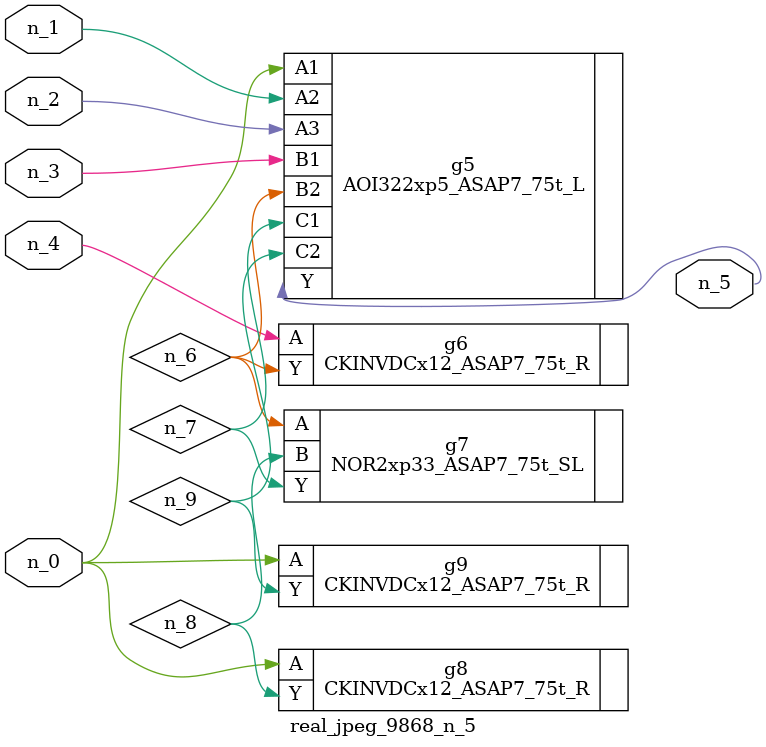
<source format=v>
module real_jpeg_9868_n_5 (n_4, n_0, n_1, n_2, n_3, n_5);

input n_4;
input n_0;
input n_1;
input n_2;
input n_3;

output n_5;

wire n_8;
wire n_6;
wire n_7;
wire n_9;

AOI322xp5_ASAP7_75t_L g5 ( 
.A1(n_0),
.A2(n_1),
.A3(n_2),
.B1(n_3),
.B2(n_6),
.C1(n_7),
.C2(n_9),
.Y(n_5)
);

CKINVDCx12_ASAP7_75t_R g8 ( 
.A(n_0),
.Y(n_8)
);

CKINVDCx12_ASAP7_75t_R g9 ( 
.A(n_0),
.Y(n_9)
);

CKINVDCx12_ASAP7_75t_R g6 ( 
.A(n_4),
.Y(n_6)
);

NOR2xp33_ASAP7_75t_SL g7 ( 
.A(n_6),
.B(n_8),
.Y(n_7)
);


endmodule
</source>
